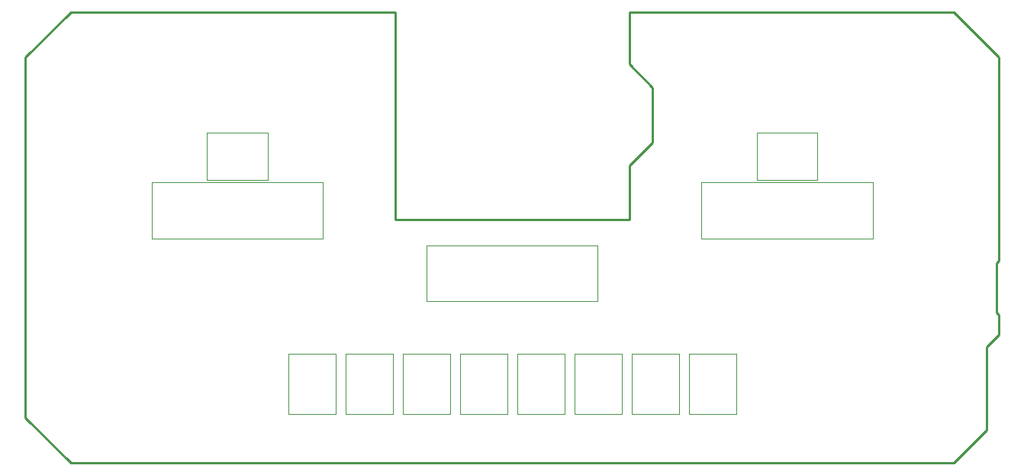
<source format=gbr>
%TF.GenerationSoftware,KiCad,Pcbnew,9.0.2*%
%TF.CreationDate,2025-07-03T15:48:42+01:00*%
%TF.ProjectId,FED3,46454433-2e6b-4696-9361-645f70636258,rev?*%
%TF.SameCoordinates,Original*%
%TF.FileFunction,Other,User*%
%FSLAX46Y46*%
G04 Gerber Fmt 4.6, Leading zero omitted, Abs format (unit mm)*
G04 Created by KiCad (PCBNEW 9.0.2) date 2025-07-03 15:48:42*
%MOMM*%
%LPD*%
G01*
G04 APERTURE LIST*
%ADD10C,0.050000*%
%TA.AperFunction,Profile*%
%ADD11C,0.250000*%
%TD*%
G04 APERTURE END LIST*
%TO.C,LED10*%
D10*
X182351100Y-93350400D02*
X175651100Y-93350400D01*
X175651100Y-98600400D01*
X182351100Y-98600400D01*
X182351100Y-93350400D01*
%TO.C,LED4*%
X149051900Y-117916000D02*
X154301900Y-117916000D01*
X154301900Y-124616000D01*
X149051900Y-124616000D01*
X149051900Y-117916000D01*
%TO.C,LED9*%
X121351100Y-93350400D02*
X114651100Y-93350400D01*
X114651100Y-98600400D01*
X121351100Y-98600400D01*
X121351100Y-93350400D01*
%TO.C,LED8*%
X123651900Y-117916000D02*
X128901900Y-117916000D01*
X128901900Y-124616000D01*
X123651900Y-124616000D01*
X123651900Y-117916000D01*
%TO.C,LED3*%
X155401900Y-117916000D02*
X160651900Y-117916000D01*
X160651900Y-124616000D01*
X155401900Y-124616000D01*
X155401900Y-117916000D01*
%TO.C,LED1*%
X168101900Y-117916000D02*
X173351900Y-117916000D01*
X173351900Y-124616000D01*
X168101900Y-124616000D01*
X168101900Y-117916000D01*
%TO.C,PI3*%
X127501100Y-98903600D02*
X108501100Y-98903600D01*
X108501100Y-105103600D01*
X127501100Y-105103600D01*
X127501100Y-98903600D01*
%TO.C,PI1*%
X188501100Y-98903600D02*
X169501100Y-98903600D01*
X169501100Y-105103600D01*
X188501100Y-105103600D01*
X188501100Y-98903600D01*
%TO.C,PI2*%
X158001100Y-105903600D02*
X139001100Y-105903600D01*
X139001100Y-112103600D01*
X158001100Y-112103600D01*
X158001100Y-105903600D01*
%TO.C,LED2*%
X161751900Y-117916000D02*
X167001900Y-117916000D01*
X167001900Y-124616000D01*
X161751900Y-124616000D01*
X161751900Y-117916000D01*
%TO.C,LED6*%
X136351900Y-117916000D02*
X141601900Y-117916000D01*
X141601900Y-124616000D01*
X136351900Y-124616000D01*
X136351900Y-117916000D01*
%TO.C,LED7*%
X130001900Y-117916000D02*
X135251900Y-117916000D01*
X135251900Y-124616000D01*
X130001900Y-124616000D01*
X130001900Y-117916000D01*
%TO.C,LED5*%
X142701900Y-117916000D02*
X147951900Y-117916000D01*
X147951900Y-124616000D01*
X142701900Y-124616000D01*
X142701900Y-117916000D01*
%TD*%
D11*
X201101100Y-126403600D02*
X201101100Y-117203600D01*
X161501100Y-103003600D02*
X135501100Y-103003600D01*
X161501100Y-80003600D02*
X161501100Y-85751600D01*
X161501100Y-85751600D02*
X164097100Y-88347600D01*
X99501100Y-80003600D02*
X94501100Y-85003600D01*
X202221100Y-107883600D02*
X202501100Y-107603600D01*
X202501100Y-85003600D02*
X197501100Y-80003600D01*
X202221100Y-113323600D02*
X202221100Y-107883600D01*
X202501100Y-107603600D02*
X202501100Y-85003600D01*
X161501100Y-96983600D02*
X161501100Y-103003600D01*
X202501100Y-113603600D02*
X202221100Y-113323600D01*
X135501100Y-103003600D02*
X135501100Y-80003600D01*
X94501100Y-125003600D02*
X99501100Y-130003600D01*
X164097100Y-88347600D02*
X164097100Y-94443600D01*
X197501100Y-130003600D02*
X201101100Y-126403600D01*
X197501100Y-80003600D02*
X161501100Y-80003600D01*
X202501100Y-115803600D02*
X202501100Y-113603600D01*
X94501100Y-85003600D02*
X94501100Y-125003600D01*
X99501100Y-130003600D02*
X197501100Y-130003600D01*
X164097100Y-94443600D02*
X161501100Y-96983600D01*
X201101100Y-117203600D02*
X202501100Y-115803600D01*
X135501100Y-80003600D02*
X99501100Y-80003600D01*
M02*

</source>
